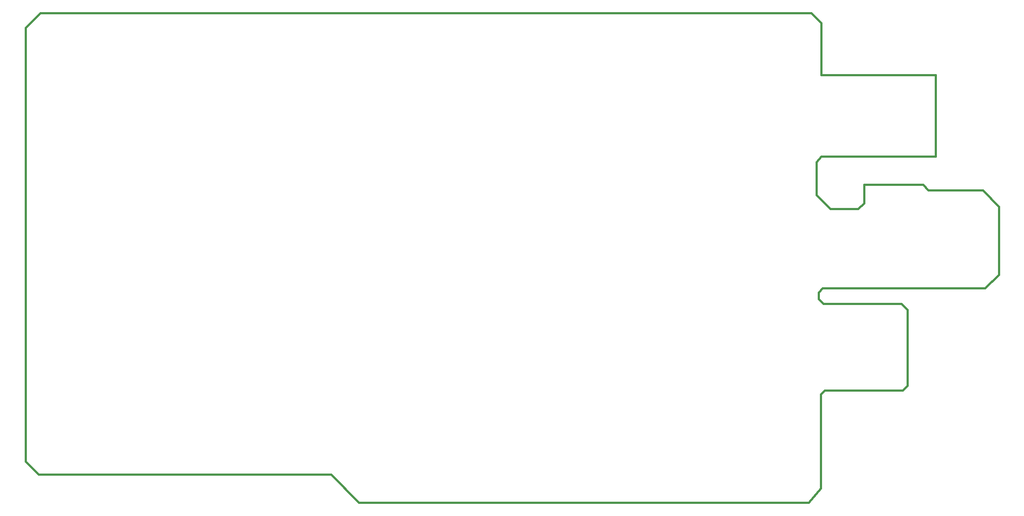
<source format=gbr>
G04 (created by PCBNEW-RS274X (2010-03-14)-final) date Thu 07 Oct 2010 02:34:07 PM EDT*
G01*
G70*
G90*
%MOIN*%
G04 Gerber Fmt 3.4, Leading zero omitted, Abs format*
%FSLAX34Y34*%
G04 APERTURE LIST*
%ADD10C,0.001000*%
%ADD11C,0.015000*%
G04 APERTURE END LIST*
G54D10*
G54D11*
X-43000Y31358D02*
X-41858Y32500D01*
X-43000Y31358D02*
X-43000Y-02000D01*
X-42000Y-03000D02*
X-43000Y-02000D01*
X-19500Y-03000D02*
X-42000Y-03000D01*
X-17364Y-05178D02*
X-19500Y-03000D01*
X17248Y-05150D02*
X-17364Y-05178D01*
X17248Y-05150D02*
X18176Y-04052D01*
X18176Y-04052D02*
X18176Y03176D01*
X18176Y03176D02*
X18473Y03473D01*
X24473Y03473D02*
X18473Y03473D01*
X24848Y03848D02*
X24473Y03473D01*
X24848Y09652D02*
X24848Y03848D01*
X24366Y10134D02*
X24848Y09652D01*
X18366Y10134D02*
X24366Y10134D01*
X18366Y10134D02*
X18000Y10500D01*
X18000Y11000D02*
X18000Y10500D01*
X18320Y11320D02*
X18000Y11000D01*
X30820Y11320D02*
X18320Y11320D01*
X31883Y12383D02*
X30820Y11320D01*
X31883Y17615D02*
X31883Y12383D01*
X30646Y18853D02*
X31883Y17615D01*
X26460Y18853D02*
X30646Y18853D01*
X21500Y17881D02*
X21500Y19313D01*
X21039Y17419D02*
X21500Y17881D01*
X21039Y17419D02*
X18916Y17419D01*
X17833Y18502D02*
X18916Y17419D01*
X17833Y21035D02*
X17833Y18502D01*
X18205Y21478D02*
X27000Y21479D01*
X27000Y27744D02*
X27000Y21479D01*
X18229Y27744D02*
X27000Y27744D01*
X18229Y27744D02*
X18229Y31719D01*
X18229Y31719D02*
X17448Y32500D01*
X-41858Y32500D02*
X17448Y32500D01*
X18205Y21478D02*
X17833Y21035D01*
X26460Y18853D02*
X26037Y19305D01*
X26037Y19305D02*
X21500Y19313D01*
M02*

</source>
